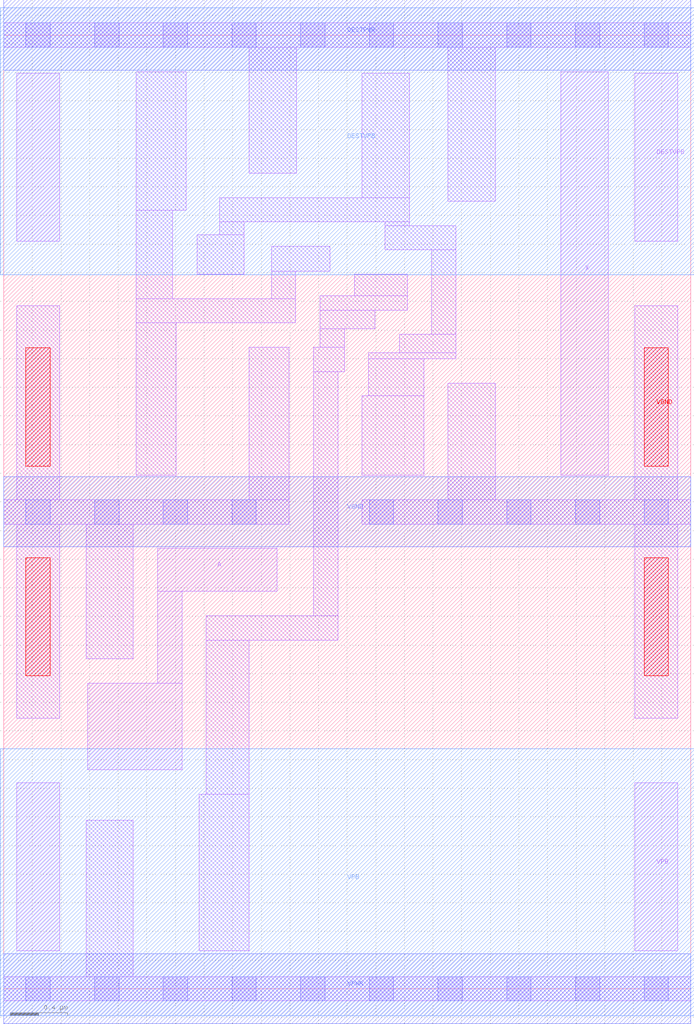
<source format=lef>
# Copyright 2020 The SkyWater PDK Authors
#
# Licensed under the Apache License, Version 2.0 (the "License");
# you may not use this file except in compliance with the License.
# You may obtain a copy of the License at
#
#     https://www.apache.org/licenses/LICENSE-2.0
#
# Unless required by applicable law or agreed to in writing, software
# distributed under the License is distributed on an "AS IS" BASIS,
# WITHOUT WARRANTIES OR CONDITIONS OF ANY KIND, either express or implied.
# See the License for the specific language governing permissions and
# limitations under the License.
#
# SPDX-License-Identifier: Apache-2.0

VERSION 5.7 ;
  NOWIREEXTENSIONATPIN ON ;
  DIVIDERCHAR "/" ;
  BUSBITCHARS "[]" ;
MACRO sky130_fd_sc_lp__lsbuf_lp
  CLASS CORE ;
  FOREIGN sky130_fd_sc_lp__lsbuf_lp ;
  ORIGIN  0.000000  0.000000 ;
  SIZE  4.800000 BY  6.660000 ;
  SYMMETRY X Y R90 ;
  SITE unit ;
  PIN A
    ANTENNAGATEAREA  0.678000 ;
    DIRECTION INPUT ;
    USE SIGNAL ;
    PORT
      LAYER li1 ;
        RECT 0.585000 1.530000 1.245000 2.135000 ;
        RECT 1.075000 2.135000 1.245000 2.775000 ;
        RECT 1.075000 2.775000 1.910000 3.075000 ;
    END
  END A
  PIN X
    ANTENNADIFFAREA  0.487600 ;
    DIRECTION OUTPUT ;
    USE SIGNAL ;
    PORT
      LAYER li1 ;
        RECT 3.895000 3.585000 4.225000 6.405000 ;
    END
  END X
  PIN DESTPWR
    DIRECTION INOUT ;
    USE POWER ;
    PORT
      LAYER met1 ;
        RECT 0.000000 6.415000 4.800000 6.905000 ;
    END
  END DESTPWR
  PIN DESTVPB
    DIRECTION INOUT ;
    USE POWER ;
    PORT
      LAYER li1 ;
        RECT 0.090000 5.220000 0.390000 6.395000 ;
        RECT 4.410000 5.220000 4.710000 6.395000 ;
      LAYER nwell ;
        RECT -0.025000 4.985000 4.825000 6.850000 ;
    END
  END DESTVPB
  PIN VGND
    DIRECTION INOUT ;
    USE GROUND ;
    PORT
      LAYER met1 ;
        RECT 0.000000 3.085000 4.800000 3.575000 ;
      LAYER pwell ;
        RECT 0.155000 2.185000 0.325000 3.010000 ;
        RECT 0.155000 3.650000 0.325000 4.475000 ;
        RECT 4.475000 2.185000 4.645000 3.010000 ;
        RECT 4.475000 3.650000 4.645000 4.475000 ;
    END
  END VGND
  PIN VPB
    DIRECTION INOUT ;
    USE POWER ;
    PORT
      LAYER li1 ;
        RECT 0.090000 0.265000 0.390000 1.440000 ;
        RECT 4.410000 0.265000 4.710000 1.440000 ;
      LAYER nwell ;
        RECT -0.025000 -0.190000 4.825000 1.675000 ;
    END
  END VPB
  PIN VPWR
    DIRECTION INOUT ;
    USE POWER ;
    PORT
      LAYER met1 ;
        RECT 0.000000 -0.245000 4.800000 0.245000 ;
    END
  END VPWR
  OBS
    LAYER li1 ;
      RECT 0.000000 -0.085000 4.800000 0.085000 ;
      RECT 0.000000  3.245000 1.995000 3.415000 ;
      RECT 0.000000  6.575000 4.800000 6.745000 ;
      RECT 0.090000  1.890000 0.390000 3.245000 ;
      RECT 0.090000  3.415000 0.390000 4.770000 ;
      RECT 0.575000  0.085000 0.905000 1.175000 ;
      RECT 0.575000  2.305000 0.905000 3.245000 ;
      RECT 0.925000  3.585000 1.205000 4.650000 ;
      RECT 0.925000  4.650000 2.040000 4.820000 ;
      RECT 0.925000  4.820000 1.180000 5.435000 ;
      RECT 0.925000  5.435000 1.275000 6.405000 ;
      RECT 1.350000  4.990000 1.680000 5.265000 ;
      RECT 1.365000  0.265000 1.715000 1.360000 ;
      RECT 1.415000  1.360000 1.715000 2.435000 ;
      RECT 1.415000  2.435000 2.335000 2.605000 ;
      RECT 1.510000  5.265000 1.680000 5.355000 ;
      RECT 1.510000  5.355000 2.835000 5.525000 ;
      RECT 1.715000  3.415000 1.995000 4.480000 ;
      RECT 1.715000  5.695000 2.045000 6.575000 ;
      RECT 1.870000  4.820000 2.040000 5.010000 ;
      RECT 1.870000  5.010000 2.280000 5.185000 ;
      RECT 2.165000  2.605000 2.335000 4.310000 ;
      RECT 2.165000  4.310000 2.380000 4.480000 ;
      RECT 2.210000  4.480000 2.380000 4.610000 ;
      RECT 2.210000  4.610000 2.595000 4.740000 ;
      RECT 2.210000  4.740000 2.820000 4.840000 ;
      RECT 2.450000  4.840000 2.820000 4.990000 ;
      RECT 2.505000  3.245000 4.800000 3.415000 ;
      RECT 2.505000  3.585000 2.935000 4.140000 ;
      RECT 2.505000  5.525000 2.835000 6.395000 ;
      RECT 2.550000  4.140000 2.935000 4.400000 ;
      RECT 2.550000  4.400000 3.160000 4.440000 ;
      RECT 2.665000  5.160000 3.160000 5.330000 ;
      RECT 2.665000  5.330000 2.835000 5.355000 ;
      RECT 2.765000  4.440000 3.160000 4.570000 ;
      RECT 2.990000  4.570000 3.160000 5.160000 ;
      RECT 3.105000  3.415000 3.435000 4.230000 ;
      RECT 3.105000  5.500000 3.435000 6.575000 ;
      RECT 4.410000  1.890000 4.710000 3.245000 ;
      RECT 4.410000  3.415000 4.710000 4.770000 ;
    LAYER mcon ;
      RECT 0.155000 -0.085000 0.325000 0.085000 ;
      RECT 0.155000  3.245000 0.325000 3.415000 ;
      RECT 0.155000  6.575000 0.325000 6.745000 ;
      RECT 0.635000 -0.085000 0.805000 0.085000 ;
      RECT 0.635000  3.245000 0.805000 3.415000 ;
      RECT 0.635000  6.575000 0.805000 6.745000 ;
      RECT 1.115000 -0.085000 1.285000 0.085000 ;
      RECT 1.115000  3.245000 1.285000 3.415000 ;
      RECT 1.115000  6.575000 1.285000 6.745000 ;
      RECT 1.595000 -0.085000 1.765000 0.085000 ;
      RECT 1.595000  3.245000 1.765000 3.415000 ;
      RECT 1.595000  6.575000 1.765000 6.745000 ;
      RECT 2.075000 -0.085000 2.245000 0.085000 ;
      RECT 2.075000  6.575000 2.245000 6.745000 ;
      RECT 2.555000 -0.085000 2.725000 0.085000 ;
      RECT 2.555000  3.245000 2.725000 3.415000 ;
      RECT 2.555000  6.575000 2.725000 6.745000 ;
      RECT 3.035000 -0.085000 3.205000 0.085000 ;
      RECT 3.035000  3.245000 3.205000 3.415000 ;
      RECT 3.035000  6.575000 3.205000 6.745000 ;
      RECT 3.515000 -0.085000 3.685000 0.085000 ;
      RECT 3.515000  3.245000 3.685000 3.415000 ;
      RECT 3.515000  6.575000 3.685000 6.745000 ;
      RECT 3.995000 -0.085000 4.165000 0.085000 ;
      RECT 3.995000  3.245000 4.165000 3.415000 ;
      RECT 3.995000  6.575000 4.165000 6.745000 ;
      RECT 4.475000 -0.085000 4.645000 0.085000 ;
      RECT 4.475000  3.245000 4.645000 3.415000 ;
      RECT 4.475000  6.575000 4.645000 6.745000 ;
  END
END sky130_fd_sc_lp__lsbuf_lp
END LIBRARY

</source>
